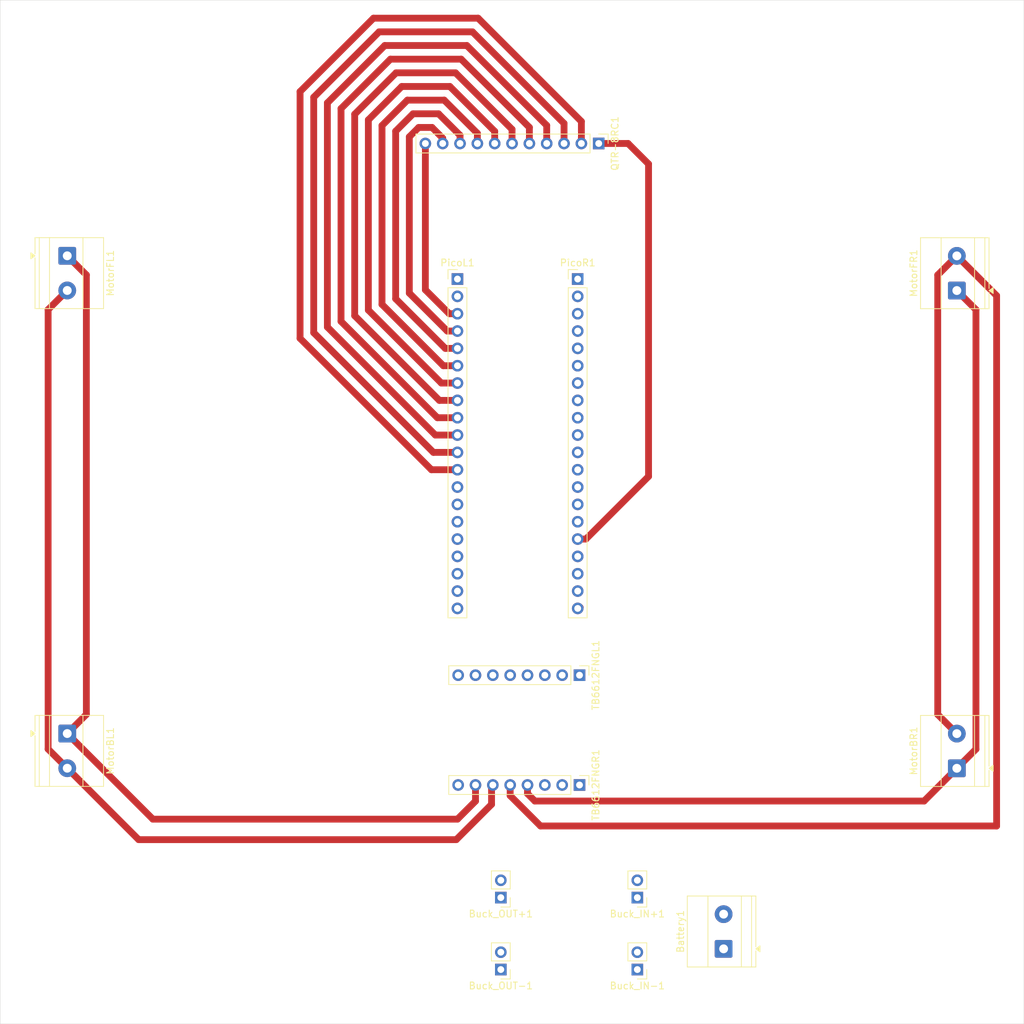
<source format=kicad_pcb>
(kicad_pcb (version 20241229) (generator "pcbnew") (generator_version "9.0")
  (layers (0 "F.Cu" signal) (2 "B.Cu" signal) (13 "F.Paste" user) (15 "B.Paste" user) (5 "F.SilkS" user "F.Silkscreen") (7 "B.SilkS" user "B.Silkscreen") (1 "F.Mask" user) (3 "B.Mask" user) (25 "Edge.Cuts" user))
  (net 0 "")
  (net 1 "VCC")
  (net 2 "GND")
  (net 3 "Net-(MotorBL1-Pin_2)")
  (net 4 "Net-(MotorBL1-Pin_1)")
  (net 5 "Net-(MotorBR1-Pin_2)")
  (net 6 "Net-(MotorBR1-Pin_1)")
  (net 7 "/BuckOut")
  (net 12 "Net-(PicoL1-Pin_12)")
  (net 13 "Net-(PicoL1-Pin_10)")
  (net 15 "Net-(PicoL1-Pin_4)")
  (net 16 "Net-(PicoL1-Pin_7)")
  (net 17 "Net-(PicoL1-Pin_8)")
  (net 20 "Net-(PicoL1-Pin_6)")
  (net 21 "Net-(PicoL1-Pin_9)")
  (net 24 "Net-(PicoL1-Pin_11)")
  (net 26 "Net-(PicoL1-Pin_5)")
  (net 29 "Net-(PicoR1-Pin_6)")
  (net 30 "Net-(PicoR1-Pin_4)")
  (net 31 "Net-(PicoR1-Pin_5)")
  (net 34 "Net-(PicoR1-Pin_2)")
  (net 36 "unconnected-(PicoR1-Pin_20-Pad20)")
  (net 39 "/3V3_OUT")
  (net 42 "GND1")
  (net 43 "Net-(PicoR1-Pin_1)")
  (net 44 "Net-(PicoR1-Pin_7)")
  (footprint "Connector_PinHeader_2.54mm:PinHeader_1x02_P2.54mm_Vertical" (layer "F.Cu") (at 128.35605 165.034856 180)
    (property "Reference" "Buck_OUT-1" (at 0 -2.38 0) (layer "F.SilkS"))
    (property "Value" "Conn_01x02")
    (fp_line (start 1.38 1.27) (end 1.38 3.92) (stroke (width 0.12)) (layer "F.SilkS"))
    (fp_line (start -1.38 3.92) (end 1.38 3.92) (stroke (width 0.12)) (layer "F.SilkS"))
    (fp_line (start -1.38 1.27) (end 1.38 1.27) (stroke (width 0.12)) (layer "F.SilkS"))
    (fp_line (start -1.38 1.27) (end -1.38 3.92) (stroke (width 0.12)) (layer "F.SilkS"))
    (fp_line (start -1.38 0) (end -1.38 -1.38) (stroke (width 0.12)) (layer "F.SilkS"))
    (fp_line (start -1.38 -1.38) (end 0 -1.38) (stroke (width 0.12)) (layer "F.SilkS"))
    (pad "1" thru_hole rect (at 0 0 180) (size 1.7 1.7) (drill 1) (layers "*.Cu" "*.Mask") (net 2 "GND"))
    (pad "2" thru_hole circle (at 0 2.54 180) (size 1.7 1.7) (drill 1) (layers "*.Cu" "*.Mask") (net 2 "GND"))
  )
  (footprint "TerminalBlock_Phoenix:TerminalBlock_Phoenix_MKDS-1,5-2-5.08_1x02_P5.08mm_Horizontal" (layer "F.Cu") (at 195.1725 65.545 90)
    (property "Reference" "MotorFR1" (at 2.54 -6.32 90) (layer "F.SilkS"))
    (property "Value" "Conn_01x02")
    (fp_line (start 7.74 -5.32) (end 7.74 4.72) (stroke (width 0.12)) (layer "F.SilkS"))
    (fp_line (start -2.66 -5.32) (end 7.74 -5.32) (stroke (width 0.12)) (layer "F.SilkS"))
    (fp_line (start -2.66 -2.3) (end 7.74 -2.3) (stroke (width 0.12)) (layer "F.SilkS"))
    (fp_line (start -2.66 2.6) (end 7.74 2.6) (stroke (width 0.12)) (layer "F.SilkS"))
    (fp_line (start -2.66 4.1) (end 7.74 4.1) (stroke (width 0.12)) (layer "F.SilkS"))
    (fp_line (start 7.74 4.72) (end 0.3 4.72) (stroke (width 0.12)) (layer "F.SilkS"))
    (fp_line (start -0.3 4.72) (end -2.66 4.72) (stroke (width 0.12)) (layer "F.SilkS"))
    (fp_line (start -2.66 4.72) (end -2.66 -5.32) (stroke (width 0.12)) (layer "F.SilkS"))
    (fp_poly (pts (xy 0 4.72) (xy 0.44 5.33) (xy -0.44 5.33)) (stroke (width 0.12)) (fill yes) (layer "F.SilkS"))
    (pad "1" thru_hole roundrect (at 0 0 90) (size 2.6 2.6) (drill 1.3) (layers "*.Cu" "*.Mask") (roundrect_rratio 0.096154) (net 6 "Net-(MotorBR1-Pin_1)"))
    (pad "2" thru_hole circle (at 5.08 0 90) (size 2.6 2.6) (drill 1.3) (layers "*.Cu" "*.Mask") (net 5 "Net-(MotorBR1-Pin_2)"))
  )
  (footprint "Connector_PinHeader_2.54mm:PinHeader_1x02_P2.54mm_Vertical" (layer "F.Cu") (at 148.35605 165.034856 180)
    (property "Reference" "Buck_IN-1" (at 0 -2.38 0) (layer "F.SilkS"))
    (property "Value" "Conn_01x02")
    (fp_line (start 1.38 1.27) (end 1.38 3.92) (stroke (width 0.12)) (layer "F.SilkS"))
    (fp_line (start -1.38 3.92) (end 1.38 3.92) (stroke (width 0.12)) (layer "F.SilkS"))
    (fp_line (start -1.38 1.27) (end 1.38 1.27) (stroke (width 0.12)) (layer "F.SilkS"))
    (fp_line (start -1.38 1.27) (end -1.38 3.92) (stroke (width 0.12)) (layer "F.SilkS"))
    (fp_line (start -1.38 0) (end -1.38 -1.38) (stroke (width 0.12)) (layer "F.SilkS"))
    (fp_line (start -1.38 -1.38) (end 0 -1.38) (stroke (width 0.12)) (layer "F.SilkS"))
    (pad "1" thru_hole rect (at 0 0 180) (size 1.7 1.7) (drill 1) (layers "*.Cu" "*.Mask") (net 2 "GND"))
    (pad "2" thru_hole circle (at 0 2.54 180) (size 1.7 1.7) (drill 1) (layers "*.Cu" "*.Mask") (net 2 "GND"))
  )
  (footprint "Connector_PinHeader_2.54mm:PinHeader_1x08_P2.54mm_Vertical" (layer "F.Cu") (at 139.886381 137.992762 -90)
    (property "Reference" "TB6612FNGR1" (at 0 -2.38 90) (layer "F.SilkS"))
    (property "Value" "Conn_01x08")
    (fp_line (start -1.38 19.16) (end 1.38 19.16) (stroke (width 0.12)) (layer "F.SilkS"))
    (fp_line (start -1.38 1.27) (end -1.38 19.16) (stroke (width 0.12)) (layer "F.SilkS"))
    (fp_line (start -1.38 1.27) (end 1.38 1.27) (stroke (width 0.12)) (layer "F.SilkS"))
    (fp_line (start 1.38 1.27) (end 1.38 19.16) (stroke (width 0.12)) (layer "F.SilkS"))
    (fp_line (start -1.38 0) (end -1.38 -1.38) (stroke (width 0.12)) (layer "F.SilkS"))
    (fp_line (start -1.38 -1.38) (end 0 -1.38) (stroke (width 0.12)) (layer "F.SilkS"))
    (pad "1" thru_hole rect (at 0 0 270) (size 1.7 1.7) (drill 1) (layers "*.Cu" "*.Mask") (net 1 "VCC"))
    (pad "2" thru_hole circle (at 0 2.54 270) (size 1.7 1.7) (drill 1) (layers "*.Cu" "*.Mask") (net 39 "/3V3_OUT"))
    (pad "3" thru_hole circle (at 0 5.08 270) (size 1.7 1.7) (drill 1) (layers "*.Cu" "*.Mask") (net 2 "GND"))
    (pad "4" thru_hole circle (at 0 7.62 270) (size 1.7 1.7) (drill 1) (layers "*.Cu" "*.Mask") (net 6 "Net-(MotorBR1-Pin_1)"))
    (pad "5" thru_hole circle (at 0 10.16 270) (size 1.7 1.7) (drill 1) (layers "*.Cu" "*.Mask") (net 5 "Net-(MotorBR1-Pin_2)"))
    (pad "6" thru_hole circle (at 0 12.7 270) (size 1.7 1.7) (drill 1) (layers "*.Cu" "*.Mask") (net 3 "Net-(MotorBL1-Pin_2)"))
    (pad "7" thru_hole circle (at 0 15.24 270) (size 1.7 1.7) (drill 1) (layers "*.Cu" "*.Mask") (net 4 "Net-(MotorBL1-Pin_1)"))
    (pad "8" thru_hole circle (at 0 17.78 270) (size 1.7 1.7) (drill 1) (layers "*.Cu" "*.Mask") (net 2 "GND"))
  )
  (footprint "Connector_PinHeader_2.54mm:PinHeader_1x02_P2.54mm_Vertical" (layer "F.Cu") (at 128.35605 154.494856 180)
    (property "Reference" "Buck_OUT+1" (at 0 -2.38 0) (layer "F.SilkS"))
    (property "Value" "Conn_01x02")
    (fp_line (start 1.38 1.27) (end 1.38 3.92) (stroke (width 0.12)) (layer "F.SilkS"))
    (fp_line (start -1.38 3.92) (end 1.38 3.92) (stroke (width 0.12)) (layer "F.SilkS"))
    (fp_line (start -1.38 1.27) (end 1.38 1.27) (stroke (width 0.12)) (layer "F.SilkS"))
    (fp_line (start -1.38 1.27) (end -1.38 3.92) (stroke (width 0.12)) (layer "F.SilkS"))
    (fp_line (start -1.38 0) (end -1.38 -1.38) (stroke (width 0.12)) (layer "F.SilkS"))
    (fp_line (start -1.38 -1.38) (end 0 -1.38) (stroke (width 0.12)) (layer "F.SilkS"))
    (pad "1" thru_hole rect (at 0 0 180) (size 1.7 1.7) (drill 1) (layers "*.Cu" "*.Mask") (net 7 "/BuckOut"))
    (pad "2" thru_hole circle (at 0 2.54 180) (size 1.7 1.7) (drill 1) (layers "*.Cu" "*.Mask") (net 7 "/BuckOut"))
  )
  (footprint "Connector_PinHeader_2.54mm:PinHeader_1x20_P2.54mm_Vertical" (layer "F.Cu") (at 139.62 63.860293)
    (property "Reference" "PicoR1" (at 0 -2.38 0) (layer "F.SilkS"))
    (property "Value" "Conn_01x20")
    (fp_line (start -1.38 -1.38) (end 0 -1.38) (stroke (width 0.12)) (layer "F.SilkS"))
    (fp_line (start -1.38 0) (end -1.38 -1.38) (stroke (width 0.12)) (layer "F.SilkS"))
    (fp_line (start -1.38 1.27) (end -1.38 49.64) (stroke (width 0.12)) (layer "F.SilkS"))
    (fp_line (start -1.38 1.27) (end 1.38 1.27) (stroke (width 0.12)) (layer "F.SilkS"))
    (fp_line (start -1.38 49.64) (end 1.38 49.64) (stroke (width 0.12)) (layer "F.SilkS"))
    (fp_line (start 1.38 1.27) (end 1.38 49.64) (stroke (width 0.12)) (layer "F.SilkS"))
    (pad "1" thru_hole rect (at 0 0) (size 1.7 1.7) (drill 1) (layers "*.Cu" "*.Mask") (net 43 "Net-(PicoR1-Pin_1)"))
    (pad "2" thru_hole circle (at 0 2.54) (size 1.7 1.7) (drill 1) (layers "*.Cu" "*.Mask") (net 34 "Net-(PicoR1-Pin_2)"))
    (pad "3" thru_hole circle (at 0 5.08) (size 1.7 1.7) (drill 1) (layers "*.Cu" "*.Mask") (net 42 "GND1"))
    (pad "4" thru_hole circle (at 0 7.62) (size 1.7 1.7) (drill 1) (layers "*.Cu" "*.Mask") (net 30 "Net-(PicoR1-Pin_4)"))
    (pad "5" thru_hole circle (at 0 10.16) (size 1.7 1.7) (drill 1) (layers "*.Cu" "*.Mask") (net 31 "Net-(PicoR1-Pin_5)"))
    (pad "6" thru_hole circle (at 0 12.7) (size 1.7 1.7) (drill 1) (layers "*.Cu" "*.Mask") (net 29 "Net-(PicoR1-Pin_6)"))
    (pad "7" thru_hole circle (at 0 15.24) (size 1.7 1.7) (drill 1) (layers "*.Cu" "*.Mask") (net 44 "Net-(PicoR1-Pin_7)"))
    (pad "8" thru_hole circle (at 0 17.78) (size 1.7 1.7) (drill 1) (layers "*.Cu" "*.Mask"))
    (pad "9" thru_hole circle (at 0 20.32) (size 1.7 1.7) (drill 1) (layers "*.Cu" "*.Mask"))
    (pad "10" thru_hole circle (at 0 22.86) (size 1.7 1.7) (drill 1) (layers "*.Cu" "*.Mask"))
    (pad "11" thru_hole circle (at 0 25.4) (size 1.7 1.7) (drill 1) (layers "*.Cu" "*.Mask"))
    (pad "12" thru_hole circle (at 0 27.94) (size 1.7 1.7) (drill 1) (layers "*.Cu" "*.Mask"))
    (pad "13" thru_hole circle (at 0 30.48) (size 1.7 1.7) (drill 1) (layers "*.Cu" "*.Mask"))
    (pad "14" thru_hole circle (at 0 33.02) (size 1.7 1.7) (drill 1) (layers "*.Cu" "*.Mask"))
    (pad "15" thru_hole circle (at 0 35.56) (size 1.7 1.7) (drill 1) (layers "*.Cu" "*.Mask"))
    (pad "16" thru_hole circle (at 0 38.1) (size 1.7 1.7) (drill 1) (layers "*.Cu" "*.Mask") (net 39 "/3V3_OUT"))
    (pad "17" thru_hole circle (at 0 40.64) (size 1.7 1.7) (drill 1) (layers "*.Cu" "*.Mask"))
    (pad "18" thru_hole circle (at 0 43.18) (size 1.7 1.7) (drill 1) (layers "*.Cu" "*.Mask"))
    (pad "19" thru_hole circle (at 0 45.72) (size 1.7 1.7) (drill 1) (layers "*.Cu" "*.Mask") (net 7 "/BuckOut"))
    (pad "20" thru_hole circle (at 0 48.26) (size 1.7 1.7) (drill 1) (layers "*.Cu" "*.Mask") (net 36 "unconnected-(PicoR1-Pin_20-Pad20)"))
  )
  (footprint "TerminalBlock_Phoenix:TerminalBlock_Phoenix_MKDS-1,5-2-5.08_1x02_P5.08mm_Horizontal" (layer "F.Cu") (at 195.1725 135.545 90)
    (property "Reference" "MotorBR1" (at 2.54 -6.32 90) (layer "F.SilkS"))
    (property "Value" "Conn_01x02")
    (fp_line (start 7.74 -5.32) (end 7.74 4.72) (stroke (width 0.12)) (layer "F.SilkS"))
    (fp_line (start -2.66 -5.32) (end 7.74 -5.32) (stroke (width 0.12)) (layer "F.SilkS"))
    (fp_line (start -2.66 -2.3) (end 7.74 -2.3) (stroke (width 0.12)) (layer "F.SilkS"))
    (fp_line (start -2.66 2.6) (end 7.74 2.6) (stroke (width 0.12)) (layer "F.SilkS"))
    (fp_line (start -2.66 4.1) (end 7.74 4.1) (stroke (width 0.12)) (layer "F.SilkS"))
    (fp_line (start 7.74 4.72) (end 0.3 4.72) (stroke (width 0.12)) (layer "F.SilkS"))
    (fp_line (start -0.3 4.72) (end -2.66 4.72) (stroke (width 0.12)) (layer "F.SilkS"))
    (fp_line (start -2.66 4.72) (end -2.66 -5.32) (stroke (width 0.12)) (layer "F.SilkS"))
    (fp_poly (pts (xy 0 4.72) (xy 0.44 5.33) (xy -0.44 5.33)) (stroke (width 0.12)) (fill yes) (layer "F.SilkS"))
    (pad "1" thru_hole roundrect (at 0 0 90) (size 2.6 2.6) (drill 1.3) (layers "*.Cu" "*.Mask") (roundrect_rratio 0.096154) (net 6 "Net-(MotorBR1-Pin_1)"))
    (pad "2" thru_hole circle (at 5.08 0 90) (size 2.6 2.6) (drill 1.3) (layers "*.Cu" "*.Mask") (net 5 "Net-(MotorBR1-Pin_2)"))
  )
  (footprint "Connector_PinHeader_2.54mm:PinHeader_1x08_P2.54mm_Vertical" (layer "F.Cu") (at 139.886381 121.904762 -90)
    (property "Reference" "TB6612FNGL1" (at 0 -2.38 90) (layer "F.SilkS"))
    (property "Value" "Conn_01x08")
    (fp_line (start -1.38 19.16) (end 1.38 19.16) (stroke (width 0.12)) (layer "F.SilkS"))
    (fp_line (start -1.38 1.27) (end -1.38 19.16) (stroke (width 0.12)) (layer "F.SilkS"))
    (fp_line (start -1.38 1.27) (end 1.38 1.27) (stroke (width 0.12)) (layer "F.SilkS"))
    (fp_line (start 1.38 1.27) (end 1.38 19.16) (stroke (width 0.12)) (layer "F.SilkS"))
    (fp_line (start -1.38 0) (end -1.38 -1.38) (stroke (width 0.12)) (layer "F.SilkS"))
    (fp_line (start -1.38 -1.38) (end 0 -1.38) (stroke (width 0.12)) (layer "F.SilkS"))
    (pad "1" thru_hole rect (at 0 0 270) (size 1.7 1.7) (drill 1) (layers "*.Cu" "*.Mask") (net 42 "GND1"))
    (pad "2" thru_hole circle (at 0 2.54 270) (size 1.7 1.7) (drill 1) (layers "*.Cu" "*.Mask") (net 44 "Net-(PicoR1-Pin_7)"))
    (pad "3" thru_hole circle (at 0 5.08 270) (size 1.7 1.7) (drill 1) (layers "*.Cu" "*.Mask") (net 29 "Net-(PicoR1-Pin_6)"))
    (pad "4" thru_hole circle (at 0 7.62 270) (size 1.7 1.7) (drill 1) (layers "*.Cu" "*.Mask") (net 31 "Net-(PicoR1-Pin_5)"))
    (pad "5" thru_hole circle (at 0 10.16 270) (size 1.7 1.7) (drill 1) (layers "*.Cu" "*.Mask") (net 39 "/3V3_OUT"))
    (pad "6" thru_hole circle (at 0 12.7 270) (size 1.7 1.7) (drill 1) (layers "*.Cu" "*.Mask") (net 30 "Net-(PicoR1-Pin_4)"))
    (pad "7" thru_hole circle (at 0 15.24 270) (size 1.7 1.7) (drill 1) (layers "*.Cu" "*.Mask") (net 34 "Net-(PicoR1-Pin_2)"))
    (pad "8" thru_hole circle (at 0 17.78 270) (size 1.7 1.7) (drill 1) (layers "*.Cu" "*.Mask") (net 43 "Net-(PicoR1-Pin_1)"))
  )
  (footprint "TerminalBlock_Phoenix:TerminalBlock_Phoenix_MKDS-1,5-2-5.08_1x02_P5.08mm_Horizontal" (layer "F.Cu") (at 64.8275 60.455 -90)
    (property "Reference" "MotorFL1" (at 2.54 -6.32 90) (layer "F.SilkS"))
    (property "Value" "Conn_01x02")
    (fp_line (start -2.66 4.72) (end -2.66 -5.32) (stroke (width 0.12)) (layer "F.SilkS"))
    (fp_line (start -0.3 4.72) (end -2.66 4.72) (stroke (width 0.12)) (layer "F.SilkS"))
    (fp_line (start 7.74 4.72) (end 0.3 4.72) (stroke (width 0.12)) (layer "F.SilkS"))
    (fp_line (start -2.66 4.1) (end 7.74 4.1) (stroke (width 0.12)) (layer "F.SilkS"))
    (fp_line (start -2.66 2.6) (end 7.74 2.6) (stroke (width 0.12)) (layer "F.SilkS"))
    (fp_line (start -2.66 -2.3) (end 7.74 -2.3) (stroke (width 0.12)) (layer "F.SilkS"))
    (fp_line (start -2.66 -5.32) (end 7.74 -5.32) (stroke (width 0.12)) (layer "F.SilkS"))
    (fp_line (start 7.74 -5.32) (end 7.74 4.72) (stroke (width 0.12)) (layer "F.SilkS"))
    (fp_poly (pts (xy 0 4.72) (xy 0.44 5.33) (xy -0.44 5.33)) (stroke (width 0.12)) (fill yes) (layer "F.SilkS"))
    (pad "1" thru_hole roundrect (at 0 0 270) (size 2.6 2.6) (drill 1.3) (layers "*.Cu" "*.Mask") (roundrect_rratio 0.096154) (net 4 "Net-(MotorBL1-Pin_1)"))
    (pad "2" thru_hole circle (at 5.08 0 270) (size 2.6 2.6) (drill 1.3) (layers "*.Cu" "*.Mask") (net 3 "Net-(MotorBL1-Pin_2)"))
  )
  (footprint "Connector_PinHeader_2.54mm:PinHeader_1x11_P2.54mm_Vertical" (layer "F.Cu") (at 142.7 44 -90)
    (property "Reference" "QTR-8RC1" (at 0 -2.38 90) (layer "F.SilkS"))
    (property "Value" "Conn_01x11")
    (fp_line (start -1.38 26.78) (end 1.38 26.78) (stroke (width 0.12)) (layer "F.SilkS"))
    (fp_line (start -1.38 1.27) (end -1.38 26.78) (stroke (width 0.12)) (layer "F.SilkS"))
    (fp_line (start -1.38 1.27) (end 1.38 1.27) (stroke (width 0.12)) (layer "F.SilkS"))
    (fp_line (start 1.38 1.27) (end 1.38 26.78) (stroke (width 0.12)) (layer "F.SilkS"))
    (fp_line (start -1.38 0) (end -1.38 -1.38) (stroke (width 0.12)) (layer "F.SilkS"))
    (fp_line (start -1.38 -1.38) (end 0 -1.38) (stroke (width 0.12)) (layer "F.SilkS"))
    (pad "1" thru_hole rect (at 0 0 270) (size 1.7 1.7) (drill 1) (layers "*.Cu" "*.Mask") (net 39 "/3V3_OUT"))
    (pad "2" thru_hole circle (at 0 2.54 270) (size 1.7 1.7) (drill 1) (layers "*.Cu" "*.Mask") (net 12 "Net-(PicoL1-Pin_12)"))
    (pad "3" thru_hole circle (at 0 5.08 270) (size 1.7 1.7) (drill 1) (layers "*.Cu" "*.Mask") (net 24 "Net-(PicoL1-Pin_11)"))
    (pad "4" thru_hole circle (at 0 7.62 270) (size 1.7 1.7) (drill 1) (layers "*.Cu" "*.Mask") (net 13 "Net-(PicoL1-Pin_10)"))
    (pad "5" thru_hole circle (at 0 10.16 270) (size 1.7 1.7) (drill 1) (layers "*.Cu" "*.Mask") (net 21 "Net-(PicoL1-Pin_9)"))
    (pad "6" thru_hole circle (at 0 12.7 270) (size 1.7 1.7) (drill 1) (layers "*.Cu" "*.Mask") (net 17 "Net-(PicoL1-Pin_8)"))
    (pad "7" thru_hole circle (at 0 15.24 270) (size 1.7 1.7) (drill 1) (layers "*.Cu" "*.Mask") (net 16 "Net-(PicoL1-Pin_7)"))
    (pad "8" thru_hole circle (at 0 17.78 270) (size 1.7 1.7) (drill 1) (layers "*.Cu" "*.Mask") (net 20 "Net-(PicoL1-Pin_6)"))
    (pad "9" thru_hole circle (at 0 20.32 270) (size 1.7 1.7) (drill 1) (layers "*.Cu" "*.Mask") (net 26 "Net-(PicoL1-Pin_5)"))
    (pad "10" thru_hole circle (at 0 22.86 270) (size 1.7 1.7) (drill 1) (layers "*.Cu" "*.Mask") (net 15 "Net-(PicoL1-Pin_4)"))
    (pad "11" thru_hole circle (at 0 25.4 270) (size 1.7 1.7) (drill 1) (layers "*.Cu" "*.Mask") (net 2 "GND"))
  )
  (footprint "TerminalBlock_Phoenix:TerminalBlock_Phoenix_MKDS-1,5-2-5.08_1x02_P5.08mm_Horizontal" (layer "F.Cu") (at 64.8275 130.455 -90)
    (property "Reference" "MotorBL1" (at 2.54 -6.32 90) (layer "F.SilkS"))
    (property "Value" "Conn_01x02")
    (fp_line (start -2.66 4.72) (end -2.66 -5.32) (stroke (width 0.12)) (layer "F.SilkS"))
    (fp_line (start -0.3 4.72) (end -2.66 4.72) (stroke (width 0.12)) (layer "F.SilkS"))
    (fp_line (start 7.74 4.72) (end 0.3 4.72) (stroke (width 0.12)) (layer "F.SilkS"))
    (fp_line (start -2.66 4.1) (end 7.74 4.1) (stroke (width 0.12)) (layer "F.SilkS"))
    (fp_line (start -2.66 2.6) (end 7.74 2.6) (stroke (width 0.12)) (layer "F.SilkS"))
    (fp_line (start -2.66 -2.3) (end 7.74 -2.3) (stroke (width 0.12)) (layer "F.SilkS"))
    (fp_line (start -2.66 -5.32) (end 7.74 -5.32) (stroke (width 0.12)) (layer "F.SilkS"))
    (fp_line (start 7.74 -5.32) (end 7.74 4.72) (stroke (width 0.12)) (layer "F.SilkS"))
    (fp_poly (pts (xy 0 4.72) (xy 0.44 5.33) (xy -0.44 5.33)) (stroke (width 0.12)) (fill yes) (layer "F.SilkS"))
    (pad "1" thru_hole roundrect (at 0 0 270) (size 2.6 2.6) (drill 1.3) (layers "*.Cu" "*.Mask") (roundrect_rratio 0.096154) (net 4 "Net-(MotorBL1-Pin_1)"))
    (pad "2" thru_hole circle (at 5.08 0 270) (size 2.6 2.6) (drill 1.3) (layers "*.Cu" "*.Mask") (net 3 "Net-(MotorBL1-Pin_2)"))
  )
  (footprint "Connector_PinHeader_2.54mm:PinHeader_1x02_P2.54mm_Vertical" (layer "F.Cu") (at 148.35605 154.494856 180)
    (property "Reference" "Buck_IN+1" (at 0 -2.38 0) (layer "F.SilkS"))
    (property "Value" "Conn_01x02")
    (fp_line (start 1.38 1.27) (end 1.38 3.92) (stroke (width 0.12)) (layer "F.SilkS"))
    (fp_line (start -1.38 3.92) (end 1.38 3.92) (stroke (width 0.12)) (layer "F.SilkS"))
    (fp_line (start -1.38 1.27) (end 1.38 1.27) (stroke (width 0.12)) (layer "F.SilkS"))
    (fp_line (start -1.38 1.27) (end -1.38 3.92) (stroke (width 0.12)) (layer "F.SilkS"))
    (fp_line (start -1.38 0) (end -1.38 -1.38) (stroke (width 0.12)) (layer "F.SilkS"))
    (fp_line (start -1.38 -1.38) (end 0 -1.38) (stroke (width 0.12)) (layer "F.SilkS"))
    (pad "1" thru_hole rect (at 0 0 180) (size 1.7 1.7) (drill 1) (layers "*.Cu" "*.Mask") (net 1 "VCC"))
    (pad "2" thru_hole circle (at 0 2.54 180) (size 1.7 1.7) (drill 1) (layers "*.Cu" "*.Mask") (net 1 "VCC"))
  )
  (footprint "TerminalBlock_Phoenix:TerminalBlock_Phoenix_MKDS-1,5-2-5.08_1x02_P5.08mm_Horizontal" (layer "F.Cu") (at 161 162 90)
    (property "Reference" "Battery1" (at 2.54 -6.32 90) (layer "F.SilkS"))
    (property "Value" "Conn_01x02")
    (fp_line (start 7.74 -5.32) (end 7.74 4.72) (stroke (width 0.12)) (layer "F.SilkS"))
    (fp_line (start -2.66 -5.32) (end 7.74 -5.32) (stroke (width 0.12)) (layer "F.SilkS"))
    (fp_line (start -2.66 -2.3) (end 7.74 -2.3) (stroke (width 0.12)) (layer "F.SilkS"))
    (fp_line (start -2.66 2.6) (end 7.74 2.6) (stroke (width 0.12)) (layer "F.SilkS"))
    (fp_line (start -2.66 4.1) (end 7.74 4.1) (stroke (width 0.12)) (layer "F.SilkS"))
    (fp_line (start 7.74 4.72) (end 0.3 4.72) (stroke (width 0.12)) (layer "F.SilkS"))
    (fp_line (start -0.3 4.72) (end -2.66 4.72) (stroke (width 0.12)) (layer "F.SilkS"))
    (fp_line (start -2.66 4.72) (end -2.66 -5.32) (stroke (width 0.12)) (layer "F.SilkS"))
    (fp_poly (pts (xy 0 4.72) (xy 0.44 5.33) (xy -0.44 5.33)) (stroke (width 0.12)) (fill yes) (layer "F.SilkS"))
    (pad "1" thru_hole roundrect (at 0 0 90) (size 2.6 2.6) (drill 1.3) (layers "*.Cu" "*.Mask") (roundrect_rratio 0.096154) (net 2 "GND"))
    (pad "2" thru_hole circle (at 5.08 0 90) (size 2.6 2.6) (drill 1.3) (layers "*.Cu" "*.Mask") (net 1 "VCC"))
  )
  (footprint "Connector_PinHeader_2.54mm:PinHeader_1x20_P2.54mm_Vertical" (layer "F.Cu") (at 122 63.860293)
    (property "Reference" "PicoL1" (at 0 -2.38 0) (layer "F.SilkS"))
    (property "Value" "Conn_01x20")
    (fp_line (start -1.38 -1.38) (end 0 -1.38) (stroke (width 0.12)) (layer "F.SilkS"))
    (fp_line (start -1.38 0) (end -1.38 -1.38) (stroke (width 0.12)) (layer "F.SilkS"))
    (fp_line (start -1.38 1.27) (end -1.38 49.64) (stroke (width 0.12)) (layer "F.SilkS"))
    (fp_line (start -1.38 1.27) (end 1.38 1.27) (stroke (width 0.12)) (layer "F.SilkS"))
    (fp_line (start -1.38 49.64) (end 1.38 49.64) (stroke (width 0.12)) (layer "F.SilkS"))
    (fp_line (start 1.38 1.27) (end 1.38 49.64) (stroke (width 0.12)) (layer "F.SilkS"))
    (pad "1" thru_hole rect (at 0 0) (size 1.7 1.7) (drill 1) (layers "*.Cu" "*.Mask"))
    (pad "2" thru_hole circle (at 0 2.54) (size 1.7 1.7) (drill 1) (layers "*.Cu" "*.Mask"))
    (pad "3" thru_hole circle (at 0 5.08) (size 1.7 1.7) (drill 1) (layers "*.Cu" "*.Mask") (net 2 "GND"))
    (pad "4" thru_hole circle (at 0 7.62) (size 1.7 1.7) (drill 1) (layers "*.Cu" "*.Mask") (net 15 "Net-(PicoL1-Pin_4)"))
    (pad "5" thru_hole circle (at 0 10.16) (size 1.7 1.7) (drill 1) (layers "*.Cu" "*.Mask") (net 26 "Net-(PicoL1-Pin_5)"))
    (pad "6" thru_hole circle (at 0 12.7) (size 1.7 1.7) (drill 1) (layers "*.Cu" "*.Mask") (net 20 "Net-(PicoL1-Pin_6)"))
    (pad "7" thru_hole circle (at 0 15.24) (size 1.7 1.7) (drill 1) (layers "*.Cu" "*.Mask") (net 16 "Net-(PicoL1-Pin_7)"))
    (pad "8" thru_hole circle (at 0 17.78) (size 1.7 1.7) (drill 1) (layers "*.Cu" "*.Mask") (net 17 "Net-(PicoL1-Pin_8)"))
    (pad "9" thru_hole circle (at 0 20.32) (size 1.7 1.7) (drill 1) (layers "*.Cu" "*.Mask") (net 21 "Net-(PicoL1-Pin_9)"))
    (pad "10" thru_hole circle (at 0 22.86) (size 1.7 1.7) (drill 1) (layers "*.Cu" "*.Mask") (net 13 "Net-(PicoL1-Pin_10)"))
    (pad "11" thru_hole circle (at 0 25.4) (size 1.7 1.7) (drill 1) (layers "*.Cu" "*.Mask") (net 24 "Net-(PicoL1-Pin_11)"))
    (pad "12" thru_hole circle (at 0 27.94) (size 1.7 1.7) (drill 1) (layers "*.Cu" "*.Mask") (net 12 "Net-(PicoL1-Pin_12)"))
    (pad "13" thru_hole circle (at 0 30.48) (size 1.7 1.7) (drill 1) (layers "*.Cu" "*.Mask"))
    (pad "14" thru_hole circle (at 0 33.02) (size 1.7 1.7) (drill 1) (layers "*.Cu" "*.Mask"))
    (pad "15" thru_hole circle (at 0 35.56) (size 1.7 1.7) (drill 1) (layers "*.Cu" "*.Mask"))
    (pad "16" thru_hole circle (at 0 38.1) (size 1.7 1.7) (drill 1) (layers "*.Cu" "*.Mask"))
    (pad "17" thru_hole circle (at 0 40.64) (size 1.7 1.7) (drill 1) (layers "*.Cu" "*.Mask"))
    (pad "18" thru_hole circle (at 0 43.18) (size 1.7 1.7) (drill 1) (layers "*.Cu" "*.Mask"))
    (pad "19" thru_hole circle (at 0 45.72) (size 1.7 1.7) (drill 1) (layers "*.Cu" "*.Mask"))
    (pad "20" thru_hole circle (at 0 48.26) (size 1.7 1.7) (drill 1) (layers "*.Cu" "*.Mask"))
  )
  (gr_rect (start 55 23) (end 205 173) (stroke (width 0.05)) (fill no) (layer "Edge.Cuts"))
  (segment (start 117.3 44) (end 117.3 65.442374) (width 1) (layer "F.Cu") (net 2))
  (segment (start 120.797919 68.940293) (end 122 68.940293) (width 1) (layer "F.Cu") (net 2))
  (segment (start 117.3 65.442374) (end 120.797919 68.940293) (width 1) (layer "F.Cu") (net 2))
  (segment (start 75.2925 146) (end 121.829841 146) (width 1) (layer "F.Cu") (net 3))
  (segment (start 62.0265 68.336) (end 62.0265 132.734) (width 1) (layer "F.Cu") (net 3))
  (segment (start 121.829841 146) (end 126.997381 140.83246) (width 1) (layer "F.Cu") (net 3))
  (segment (start 126.997381 138.181762) (end 127.186381 137.992762) (width 1) (layer "F.Cu") (net 3))
  (segment (start 62.0265 132.734) (end 64.8275 135.535) (width 1) (layer "F.Cu") (net 3))
  (segment (start 126.997381 140.83246) (end 126.997381 138.181762) (width 1) (layer "F.Cu") (net 3))
  (segment (start 64.8275 65.535) (end 62.0265 68.336) (width 1) (layer "F.Cu") (net 3))
  (segment (start 64.8275 135.535) (end 75.2925 146) (width 1) (layer "F.Cu") (net 3))
  (segment (start 124.646381 140.353619) (end 124.646381 137.992762) (width 1) (layer "F.Cu") (net 4))
  (segment (start 64.8275 130.455) (end 77.3725 143) (width 1) (layer "F.Cu") (net 4))
  (segment (start 64.8275 60.455) (end 67.6285 63.256) (width 1) (layer "F.Cu") (net 4))
  (segment (start 67.6285 127.654) (end 64.8275 130.455) (width 1) (layer "F.Cu") (net 4))
  (segment (start 122 143) (end 124.646381 140.353619) (width 1) (layer "F.Cu") (net 4))
  (segment (start 77.3725 143) (end 122 143) (width 1) (layer "F.Cu") (net 4))
  (segment (start 67.6285 63.256) (end 67.6285 127.654) (width 1) (layer "F.Cu") (net 4))
  (segment (start 195.1725 60.465) (end 201 66.2925) (width 1) (layer "F.Cu") (net 5))
  (segment (start 129.726381 139.556223) (end 129.726381 137.992762) (width 1) (layer "F.Cu") (net 5))
  (segment (start 192.3715 63.266) (end 192.3715 127.664) (width 1) (layer "F.Cu") (net 5))
  (segment (start 195.1725 60.465) (end 192.3715 63.266) (width 1) (layer "F.Cu") (net 5))
  (segment (start 201 66.2925) (end 201 144) (width 1) (layer "F.Cu") (net 5))
  (segment (start 201 144) (end 134.170158 144) (width 1) (layer "F.Cu") (net 5))
  (segment (start 192.3715 127.664) (end 195.1725 130.465) (width 1) (layer "F.Cu") (net 5))
  (segment (start 134.170158 144) (end 129.726381 139.556223) (width 1) (layer "F.Cu") (net 5))
  (segment (start 195.1725 65.545) (end 197.9735 68.346) (width 1) (layer "F.Cu") (net 6))
  (segment (start 195.1725 135.545) (end 190.373738 140.343762) (width 1) (layer "F.Cu") (net 6))
  (segment (start 133.343762 140.343762) (end 132.266381 139.266381) (width 1) (layer "F.Cu") (net 6))
  (segment (start 132.266381 139.266381) (end 132.266381 137.992762) (width 1) (layer "F.Cu") (net 6))
  (segment (start 190.373738 140.343762) (end 133.343762 140.343762) (width 1) (layer "F.Cu") (net 6))
  (segment (start 197.9735 68.346) (end 197.9735 132.744) (width 1) (layer "F.Cu") (net 6))
  (segment (start 197.9735 132.744) (end 195.1725 135.545) (width 1) (layer "F.Cu") (net 6))
  (segment (start 98.941 36.395455) (end 98.941 72.551952) (width 1) (layer "F.Cu") (net 12))
  (segment (start 118.189341 91.800293) (end 122 91.800293) (width 1) (layer "F.Cu") (net 12))
  (segment (start 98.941 72.551952) (end 118.189341 91.800293) (width 1) (layer "F.Cu") (net 12))
  (segment (start 109.695447 25.641005) (end 98.941 36.395455) (width 1) (layer "F.Cu") (net 12))
  (segment (start 140.16 40.769031) (end 125.031969 25.641) (width 1) (layer "F.Cu") (net 12))
  (segment (start 140.16 44) (end 140.16 40.769031) (width 1) (layer "F.Cu") (net 12))
  (segment (start 125.031969 25.641) (end 109.695447 25.641005) (width 1) (layer "F.Cu") (net 12))
  (segment (start 102.943 38.053137) (end 102.943 70.894268) (width 1) (layer "F.Cu") (net 13))
  (segment (start 111.353131 29.643004) (end 102.943 38.053137) (width 1) (layer "F.Cu") (net 13))
  (segment (start 123.374287 29.643) (end 111.353131 29.643004) (width 1) (layer "F.Cu") (net 13))
  (segment (start 135.08 44) (end 135.08 41.348713) (width 1) (layer "F.Cu") (net 13))
  (segment (start 102.943 70.894268) (end 118.769025 86.720293) (width 1) (layer "F.Cu") (net 13))
  (segment (start 118.769025 86.720293) (end 122 86.720293) (width 1) (layer "F.Cu") (net 13))
  (segment (start 135.08 41.348713) (end 123.374287 29.643) (width 1) (layer "F.Cu") (net 13))
  (segment (start 120.508077 71.480293) (end 122 71.480293) (width 1) (layer "F.Cu") (net 15))
  (segment (start 118.273817 41.649) (end 116.326183 41.649) (width 1) (layer "F.Cu") (net 15))
  (segment (start 119.84 44) (end 119.84 43.215183) (width 1) (layer "F.Cu") (net 15))
  (segment (start 114.949 43.026183) (end 114.949 65.921216) (width 1) (layer "F.Cu") (net 15))
  (segment (start 114.949 65.921216) (end 120.508077 71.480293) (width 1) (layer "F.Cu") (net 15))
  (segment (start 116.326183 41.649) (end 114.949 43.026183) (width 1) (layer "F.Cu") (net 15))
  (segment (start 119.84 43.215183) (end 118.273817 41.649) (width 1) (layer "F.Cu") (net 15))
  (segment (start 108.946 40.53966) (end 108.946 68.407742) (width 1) (layer "F.Cu") (net 16))
  (segment (start 120.887763 35.646) (end 113.839657 35.646002) (width 1) (layer "F.Cu") (net 16))
  (segment (start 113.839657 35.646002) (end 108.946 40.53966) (width 1) (layer "F.Cu") (net 16))
  (segment (start 127.46 44) (end 127.46 42.218237) (width 1) (layer "F.Cu") (net 16))
  (segment (start 127.46 42.218237) (end 120.887763 35.646) (width 1) (layer "F.Cu") (net 16))
  (segment (start 119.638551 79.100293) (end 122 79.100293) (width 1) (layer "F.Cu") (net 16))
  (segment (start 108.946 68.407742) (end 119.638551 79.100293) (width 1) (layer "F.Cu") (net 16))
  (segment (start 106.945 69.236584) (end 119.348709 81.640293) (width 1) (layer "F.Cu") (net 17))
  (segment (start 130 41.928396) (end 121.716605 33.645) (width 1) (layer "F.Cu") (net 17))
  (segment (start 106.945 39.710819) (end 106.945 69.236584) (width 1) (layer "F.Cu") (net 17))
  (segment (start 121.716605 33.645) (end 113.010815 33.645002) (width 1) (layer "F.Cu") (net 17))
  (segment (start 119.348709 81.640293) (end 122 81.640293) (width 1) (layer "F.Cu") (net 17))
  (segment (start 113.010815 33.645002) (end 106.945 39.710819) (width 1) (layer "F.Cu") (net 17))
  (segment (start 130 44) (end 130 41.928396) (width 1) (layer "F.Cu") (net 17))
  (segment (start 119.928393 76.560293) (end 122 76.560293) (width 1) (layer "F.Cu") (net 20))
  (segment (start 110.947 41.368501) (end 110.947 67.5789) (width 1) (layer "F.Cu") (net 20))
  (segment (start 114.668499 37.647001) (end 110.947 41.368501) (width 1) (layer "F.Cu") (net 20))
  (segment (start 124.92 44) (end 124.92 42.508078) (width 1) (layer "F.Cu") (net 20))
  (segment (start 110.947 67.5789) (end 119.928393 76.560293) (width 1) (layer "F.Cu") (net 20))
  (segment (start 124.92 42.508078) (end 120.058922 37.647) (width 1) (layer "F.Cu") (net 20))
  (segment (start 120.058922 37.647) (end 114.668499 37.647001) (width 1) (layer "F.Cu") (net 20))
  (segment (start 122.545446 31.644) (end 112.181973 31.644003) (width 1) (layer "F.Cu") (net 21))
  (segment (start 132.54 41.638554) (end 122.545446 31.644) (width 1) (layer "F.Cu") (net 21))
  (segment (start 112.181973 31.644003) (end 104.944 38.881978) (width 1) (layer "F.Cu") (net 21))
  (segment (start 104.944 38.881978) (end 104.944 70.065426) (width 1) (layer "F.Cu") (net 21))
  (segment (start 119.058867 84.180293) (end 122 84.180293) (width 1) (layer "F.Cu") (net 21))
  (segment (start 132.54 44) (end 132.54 41.638554) (width 1) (layer "F.Cu") (net 21))
  (segment (start 104.944 70.065426) (end 119.058867 84.180293) (width 1) (layer "F.Cu") (net 21))
  (segment (start 110.524289 27.642004) (end 100.942 37.224296) (width 1) (layer "F.Cu") (net 24))
  (segment (start 118.479183 89.260293) (end 122 89.260293) (width 1) (layer "F.Cu") (net 24))
  (segment (start 100.942 37.224296) (end 100.942 71.72311) (width 1) (layer "F.Cu") (net 24))
  (segment (start 124.203128 27.642) (end 110.524289 27.642004) (width 1) (layer "F.Cu") (net 24))
  (segment (start 137.62 41.058872) (end 124.203128 27.642) (width 1) (layer "F.Cu") (net 24))
  (segment (start 137.62 44) (end 137.62 41.058872) (width 1) (layer "F.Cu") (net 24))
  (segment (start 100.942 71.72311) (end 118.479183 89.260293) (width 1) (layer "F.Cu") (net 24))
  (segment (start 112.948 66.750058) (end 120.218235 74.020293) (width 1) (layer "F.Cu") (net 26))
  (segment (start 120.218235 74.020293) (end 122 74.020293) (width 1) (layer "F.Cu") (net 26))
  (segment (start 115.497341 39.648) (end 112.948 42.197342) (width 1) (layer "F.Cu") (net 26))
  (segment (start 122.38 44) (end 122.38 42.797919) (width 1) (layer "F.Cu") (net 26))
  (segment (start 122.38 42.797919) (end 119.230081 39.648) (width 1) (layer "F.Cu") (net 26))
  (segment (start 119.230081 39.648) (end 115.497341 39.648) (width 1) (layer "F.Cu") (net 26))
  (segment (start 112.948 42.197342) (end 112.948 66.750058) (width 1) (layer "F.Cu") (net 26))
  (segment (start 139.62 112.120293) (end 139.879707 112.120293) (width 1) (layer "F.Cu") (net 36))
  (segment (start 139.879707 112.120293) (end 140 112) (width 1) (layer "F.Cu") (net 36))
  (segment (start 142.7 44) (end 147 44) (width 1) (layer "F.Cu") (net 39))
  (segment (start 140.822081 101.960293) (end 139.62 101.960293) (width 1) (layer "F.Cu") (net 39))
  (segment (start 150 47) (end 150 92.782374) (width 1) (layer "F.Cu") (net 39))
  (segment (start 147 44) (end 150 47) (width 1) (layer "F.Cu") (net 39))
  (segment (start 150 92.782374) (end 140.822081 101.960293) (width 1) (layer "F.Cu") (net 39))
)
</source>
